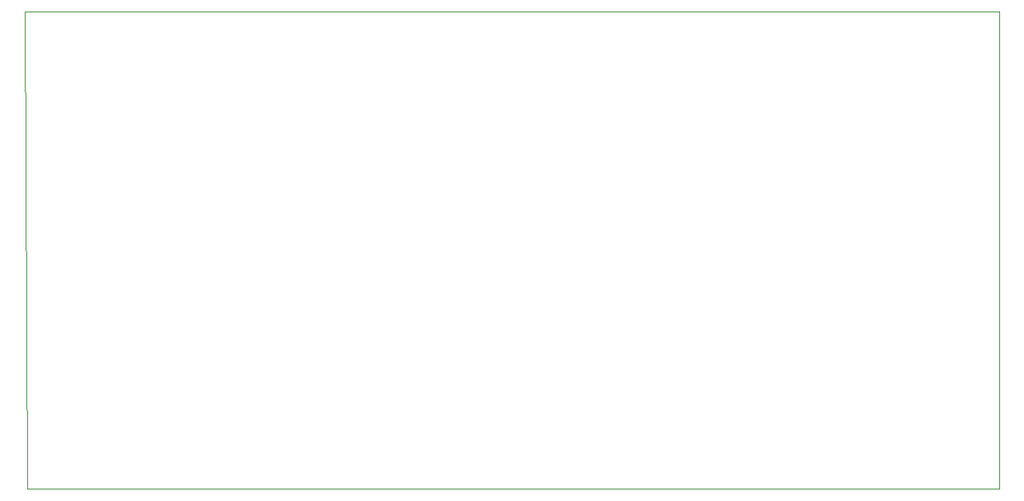
<source format=gm1>
%TF.GenerationSoftware,KiCad,Pcbnew,(5.99.0-1296-g952e7a5fb)*%
%TF.CreationDate,2020-06-12T12:12:59+03:00*%
%TF.ProjectId,TeemoWB,5465656d-6f57-4422-9e6b-696361645f70,1.0*%
%TF.SameCoordinates,Original*%
%TF.FileFunction,Profile,NP*%
%FSLAX46Y46*%
G04 Gerber Fmt 4.6, Leading zero omitted, Abs format (unit mm)*
G04 Created by KiCad (PCBNEW (5.99.0-1296-g952e7a5fb)) date 2020-06-12 12:12:59*
%MOMM*%
%LPD*%
G01*
G04 APERTURE LIST*
%TA.AperFunction,Profile*%
%ADD10C,0.050000*%
%TD*%
G04 APERTURE END LIST*
D10*
X171250000Y-60000000D02*
X171250000Y-109000000D01*
X71500000Y-109000000D02*
X171250000Y-109000000D01*
X71250000Y-60000000D02*
X71500000Y-109000000D01*
X171250000Y-60000000D02*
X71250000Y-60000000D01*
M02*

</source>
